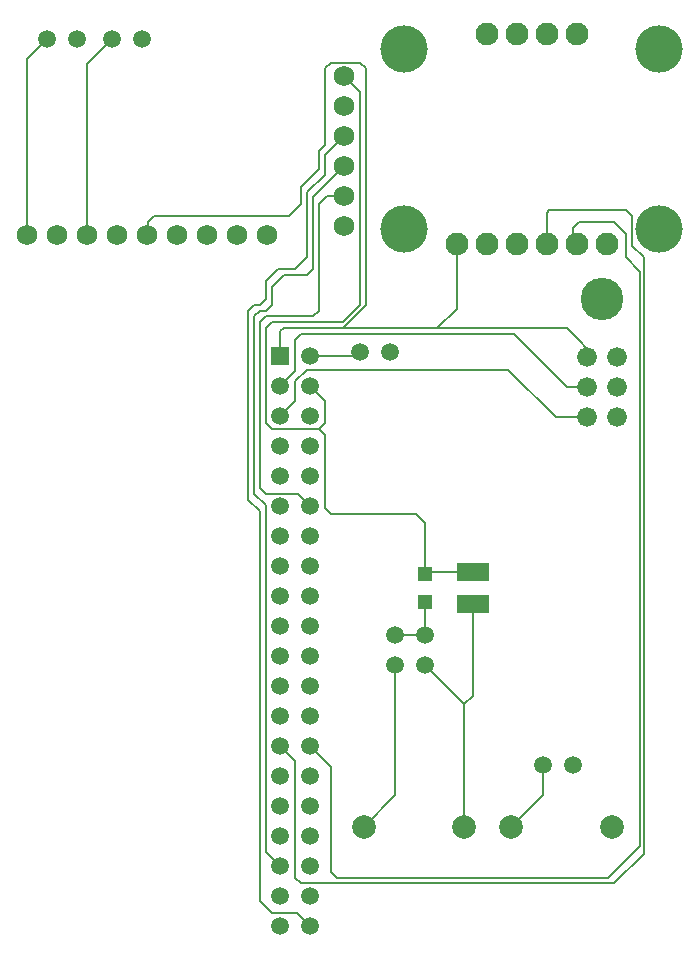
<source format=gbr>
%TF.GenerationSoftware,KiCad,Pcbnew,9.0.0*%
%TF.CreationDate,2025-04-02T13:50:30-07:00*%
%TF.ProjectId,Power Distribution,506f7765-7220-4446-9973-747269627574,V3.2*%
%TF.SameCoordinates,Original*%
%TF.FileFunction,Copper,L1,Top*%
%TF.FilePolarity,Positive*%
%FSLAX46Y46*%
G04 Gerber Fmt 4.6, Leading zero omitted, Abs format (unit mm)*
G04 Created by KiCad (PCBNEW 9.0.0) date 2025-04-02 13:50:30*
%MOMM*%
%LPD*%
G01*
G04 APERTURE LIST*
%TA.AperFunction,ComponentPad*%
%ADD10C,1.676400*%
%TD*%
%TA.AperFunction,SMDPad,CuDef*%
%ADD11R,1.150000X1.150000*%
%TD*%
%TA.AperFunction,ComponentPad*%
%ADD12C,1.508000*%
%TD*%
%TA.AperFunction,ComponentPad*%
%ADD13C,1.750000*%
%TD*%
%TA.AperFunction,ComponentPad*%
%ADD14C,1.930400*%
%TD*%
%TA.AperFunction,ComponentPad*%
%ADD15C,4.000000*%
%TD*%
%TA.AperFunction,ComponentPad*%
%ADD16C,2.000000*%
%TD*%
%TA.AperFunction,SMDPad,CuDef*%
%ADD17R,2.810000X1.600000*%
%TD*%
%TA.AperFunction,ComponentPad*%
%ADD18C,3.600000*%
%TD*%
%TA.AperFunction,ComponentPad*%
%ADD19R,1.508000X1.508000*%
%TD*%
%TA.AperFunction,Conductor*%
%ADD20C,0.200000*%
%TD*%
G04 APERTURE END LIST*
D10*
%TO.P,REF\u002A\u002A,1*%
%TO.N,N/C*%
X131730000Y-55460000D03*
%TO.P,REF\u002A\u002A,2*%
X134270000Y-55460000D03*
%TO.P,REF\u002A\u002A,3*%
X131730000Y-58000000D03*
%TO.P,REF\u002A\u002A,4*%
X134270000Y-58000000D03*
%TO.P,REF\u002A\u002A,5*%
X131730000Y-60540000D03*
%TO.P,REF\u002A\u002A,6*%
X134270000Y-60540000D03*
%TD*%
D11*
%TO.P,REF\u002A\u002A,1*%
%TO.N,N/C*%
X118000000Y-76175000D03*
%TO.P,REF\u002A\u002A,2*%
X118000000Y-73825000D03*
%TD*%
D12*
%TO.P,,3*%
%TO.N,N/C*%
X118000000Y-81500000D03*
%TD*%
D13*
%TO.P,IC3,1*%
%TO.N,N/C*%
X111100000Y-31650000D03*
%TO.P,IC3,2*%
X111100000Y-34190000D03*
%TO.P,IC3,3*%
X111100000Y-36730000D03*
%TO.P,IC3,4*%
X111100000Y-39270000D03*
%TO.P,IC3,5*%
X111100000Y-41810000D03*
%TO.P,IC3,6*%
X111100000Y-44350000D03*
%TO.P,IC3,7*%
X104600000Y-45100000D03*
%TO.P,IC3,8*%
X102060000Y-45100000D03*
%TO.P,IC3,9*%
X99520000Y-45100000D03*
%TO.P,IC3,10*%
X96980000Y-45100000D03*
%TO.P,IC3,11*%
X94440000Y-45100000D03*
%TO.P,IC3,12*%
X91900000Y-45100000D03*
%TO.P,IC3,13*%
X89360000Y-45100000D03*
%TO.P,IC3,14*%
X86820000Y-45100000D03*
%TO.P,IC3,15*%
X84280000Y-45100000D03*
%TD*%
D12*
%TO.P,,2*%
%TO.N,N/C*%
X115000000Y-55000000D03*
%TD*%
%TO.P,,2*%
%TO.N,N/C*%
X88540000Y-28500000D03*
%TD*%
%TO.P,,1*%
%TO.N,N/C*%
X91500000Y-28500000D03*
%TD*%
%TO.P,,2*%
%TO.N,N/C*%
X130500000Y-90000000D03*
%TD*%
%TO.P,,1*%
%TO.N,N/C*%
X86000000Y-28500000D03*
%TD*%
D14*
%TO.P,REF\u002A\u002A,1*%
%TO.N,N/C*%
X120650000Y-45890000D03*
%TO.P,REF\u002A\u002A,2*%
X123190000Y-45890000D03*
%TO.P,REF\u002A\u002A,3*%
X125730000Y-45890000D03*
%TO.P,REF\u002A\u002A,4*%
X128270000Y-45890000D03*
%TO.P,REF\u002A\u002A,5*%
X130810000Y-45890000D03*
%TO.P,REF\u002A\u002A,6*%
X133350000Y-45890000D03*
%TO.P,REF\u002A\u002A,7*%
X130810000Y-28110000D03*
%TO.P,REF\u002A\u002A,8*%
X128270000Y-28110000D03*
%TO.P,REF\u002A\u002A,9*%
X125730000Y-28110000D03*
%TO.P,REF\u002A\u002A,10*%
X123190000Y-28110000D03*
D15*
%TO.P,REF\u002A\u002A,SH1*%
X116205000Y-44620000D03*
%TO.P,REF\u002A\u002A,SH2*%
X137795000Y-44620000D03*
%TO.P,REF\u002A\u002A,SH3*%
X137795000Y-29380000D03*
%TO.P,REF\u002A\u002A,SH4*%
X116205000Y-29380000D03*
%TD*%
D12*
%TO.P,,1*%
%TO.N,N/C*%
X115460000Y-81500000D03*
%TD*%
%TO.P,,1*%
%TO.N,N/C*%
X112460000Y-55000000D03*
%TD*%
%TO.P,,4*%
%TO.N,N/C*%
X118000000Y-78960000D03*
%TD*%
D16*
%TO.P,TP4056 & MT3608,1*%
%TO.N,N/C*%
X112800000Y-95200000D03*
%TO.P,TP4056 & MT3608,2*%
X121300000Y-95200000D03*
%TO.P,TP4056 & MT3608,3*%
X125300000Y-95200000D03*
%TO.P,TP4056 & MT3608,4*%
X133800000Y-95200000D03*
%TD*%
D17*
%TO.P,REF\u002A\u002A,1*%
%TO.N,N/C*%
X122000000Y-76353000D03*
%TO.P,REF\u002A\u002A,2*%
X122000000Y-73647000D03*
%TD*%
D18*
%TO.P,REF\u002A\u002A,P$1*%
%TO.N,N/C*%
X133000000Y-50500000D03*
%TD*%
D12*
%TO.P,,2*%
%TO.N,N/C*%
X94040000Y-28500000D03*
%TD*%
%TO.P,,2*%
%TO.N,N/C*%
X115460000Y-78960000D03*
%TD*%
%TO.P,,1*%
%TO.N,N/C*%
X127960000Y-90000000D03*
%TD*%
D19*
%TO.P,REF\u002A\u002A,1*%
%TO.N,N/C*%
X105730000Y-55370000D03*
D12*
%TO.P,REF\u002A\u002A,2*%
X108270000Y-55370000D03*
%TO.P,REF\u002A\u002A,3*%
X105730000Y-57910000D03*
%TO.P,REF\u002A\u002A,4*%
X108270000Y-57910000D03*
%TO.P,REF\u002A\u002A,5*%
X105730000Y-60450000D03*
%TO.P,REF\u002A\u002A,6*%
X108270000Y-60450000D03*
%TO.P,REF\u002A\u002A,7*%
X105730000Y-62990000D03*
%TO.P,REF\u002A\u002A,8*%
X108270000Y-62990000D03*
%TO.P,REF\u002A\u002A,9*%
X105730000Y-65530000D03*
%TO.P,REF\u002A\u002A,10*%
X108270000Y-65530000D03*
%TO.P,REF\u002A\u002A,11*%
X105730000Y-68070000D03*
%TO.P,REF\u002A\u002A,12*%
X108270000Y-68070000D03*
%TO.P,REF\u002A\u002A,13*%
X105730000Y-70610000D03*
%TO.P,REF\u002A\u002A,14*%
X108270000Y-70610000D03*
%TO.P,REF\u002A\u002A,15*%
X105730000Y-73150000D03*
%TO.P,REF\u002A\u002A,16*%
X108270000Y-73150000D03*
%TO.P,REF\u002A\u002A,17*%
X105730000Y-75690000D03*
%TO.P,REF\u002A\u002A,18*%
X108270000Y-75690000D03*
%TO.P,REF\u002A\u002A,19*%
X105730000Y-78230000D03*
%TO.P,REF\u002A\u002A,20*%
X108270000Y-78230000D03*
%TO.P,REF\u002A\u002A,21*%
X105730000Y-80770000D03*
%TO.P,REF\u002A\u002A,22*%
X108270000Y-80770000D03*
%TO.P,REF\u002A\u002A,23*%
X105730000Y-83310000D03*
%TO.P,REF\u002A\u002A,24*%
X108270000Y-83310000D03*
%TO.P,REF\u002A\u002A,25*%
X105730000Y-85850000D03*
%TO.P,REF\u002A\u002A,26*%
X108270000Y-85850000D03*
%TO.P,REF\u002A\u002A,27*%
X105730000Y-88390000D03*
%TO.P,REF\u002A\u002A,28*%
X108270000Y-88390000D03*
%TO.P,REF\u002A\u002A,29*%
X105730000Y-90930000D03*
%TO.P,REF\u002A\u002A,30*%
X108270000Y-90930000D03*
%TO.P,REF\u002A\u002A,31*%
X105730000Y-93470000D03*
%TO.P,REF\u002A\u002A,32*%
X108270000Y-93470000D03*
%TO.P,REF\u002A\u002A,33*%
X105730000Y-96010000D03*
%TO.P,REF\u002A\u002A,34*%
X108270000Y-96010000D03*
%TO.P,REF\u002A\u002A,35*%
X105730000Y-98550000D03*
%TO.P,REF\u002A\u002A,36*%
X108270000Y-98550000D03*
%TO.P,REF\u002A\u002A,37*%
X105730000Y-101090000D03*
%TO.P,REF\u002A\u002A,38*%
X108270000Y-101090000D03*
%TO.P,REF\u002A\u002A,39*%
X105730000Y-103630000D03*
%TO.P,REF\u002A\u002A,40*%
X108270000Y-103630000D03*
%TD*%
D20*
%TO.N,*%
X108000000Y-56500000D02*
X125000000Y-56500000D01*
X105000000Y-61500000D02*
X108500000Y-61500000D01*
X115460000Y-92540000D02*
X112800000Y-95200000D01*
X121300000Y-84800000D02*
X122000000Y-84100000D01*
X109500000Y-40000000D02*
X108000000Y-41500000D01*
X107200000Y-67000000D02*
X108270000Y-68070000D01*
X130500000Y-44500000D02*
X131000000Y-44000000D01*
X94500000Y-45040000D02*
X94500000Y-44000000D01*
X112450000Y-33000000D02*
X112500000Y-33000000D01*
X103500000Y-67000000D02*
X104500000Y-68000000D01*
X107500000Y-53500000D02*
X107000000Y-54000000D01*
X130500000Y-45580000D02*
X130500000Y-44500000D01*
X108000000Y-41500000D02*
X108000000Y-47000000D01*
X110000000Y-90120000D02*
X108270000Y-88390000D01*
X107500000Y-53500000D02*
X125500000Y-53500000D01*
X105730000Y-57910000D02*
X107000000Y-56640000D01*
X135000000Y-43000000D02*
X135500000Y-43500000D01*
X119500000Y-53000000D02*
X120500000Y-53000000D01*
X118175000Y-73825000D02*
X118353000Y-73647000D01*
X133500000Y-99500000D02*
X110500000Y-99500000D01*
X109000000Y-61500000D02*
X109500000Y-61000000D01*
X128270000Y-45890000D02*
X128270000Y-43230000D01*
X109000000Y-42500000D02*
X109000000Y-51500000D01*
X107000000Y-59180000D02*
X107000000Y-57500000D01*
X94440000Y-45100000D02*
X94500000Y-45040000D01*
X130810000Y-45890000D02*
X130500000Y-45580000D01*
X104500000Y-61000000D02*
X105000000Y-61500000D01*
X135000000Y-45000000D02*
X135000000Y-47000000D01*
X108000000Y-47000000D02*
X107000000Y-48000000D01*
X104500000Y-51500000D02*
X104000000Y-51500000D01*
X107500000Y-42500000D02*
X107500000Y-41000000D01*
X118000000Y-81500000D02*
X121300000Y-84800000D01*
X104000000Y-52500000D02*
X104000000Y-66500000D01*
X105000000Y-52500000D02*
X104500000Y-53000000D01*
X134000000Y-100000000D02*
X107500000Y-100000000D01*
X107140000Y-102500000D02*
X108270000Y-103630000D01*
X112500000Y-30500000D02*
X113000000Y-31000000D01*
X135500000Y-43500000D02*
X135500000Y-46000000D01*
X89360000Y-30640000D02*
X91500000Y-28500000D01*
X110000000Y-99000000D02*
X110000000Y-90120000D01*
X118000000Y-73825000D02*
X118175000Y-73825000D01*
X107000000Y-89660000D02*
X105730000Y-88390000D01*
X109500000Y-59140000D02*
X108270000Y-57910000D01*
X109500000Y-38330000D02*
X109500000Y-40000000D01*
X105730000Y-55370000D02*
X105730000Y-53270000D01*
X84280000Y-45100000D02*
X84280000Y-30220000D01*
X131730000Y-54730000D02*
X131730000Y-55460000D01*
X109500000Y-62000000D02*
X109500000Y-68250000D01*
X109500000Y-61000000D02*
X109500000Y-59140000D01*
X110000000Y-68750000D02*
X117250000Y-68750000D01*
X122000000Y-84100000D02*
X122000000Y-76353000D01*
X128270000Y-43230000D02*
X128500000Y-43000000D01*
X128500000Y-43000000D02*
X135000000Y-43000000D01*
X112090000Y-55370000D02*
X112460000Y-55000000D01*
X135500000Y-46000000D02*
X136500000Y-47000000D01*
X104500000Y-49000000D02*
X104500000Y-50500000D01*
X113000000Y-31000000D02*
X113000000Y-51000000D01*
X125500000Y-53500000D02*
X130000000Y-58000000D01*
X104000000Y-68500000D02*
X104000000Y-101500000D01*
X109000000Y-38000000D02*
X109500000Y-37500000D01*
X107000000Y-57500000D02*
X108000000Y-56500000D01*
X107000000Y-48000000D02*
X105500000Y-48000000D01*
X109500000Y-68250000D02*
X110000000Y-68750000D01*
X111100000Y-39270000D02*
X108500000Y-41870000D01*
X115460000Y-81500000D02*
X115460000Y-92540000D01*
X107000000Y-99500000D02*
X107000000Y-89660000D01*
X111100000Y-41810000D02*
X109690000Y-41810000D01*
X103000000Y-67500000D02*
X104000000Y-68500000D01*
X130000000Y-53000000D02*
X131000000Y-54000000D01*
X109000000Y-39500000D02*
X109000000Y-38000000D01*
X104500000Y-52000000D02*
X104000000Y-52500000D01*
X103000000Y-51500000D02*
X103000000Y-67500000D01*
X103500000Y-51000000D02*
X103000000Y-51500000D01*
X132000000Y-57730000D02*
X131730000Y-58000000D01*
X104500000Y-97320000D02*
X105730000Y-98550000D01*
X94500000Y-44000000D02*
X95000000Y-43500000D01*
X129040000Y-60540000D02*
X131730000Y-60540000D01*
X111000000Y-53000000D02*
X112000000Y-53000000D01*
X107000000Y-56640000D02*
X107000000Y-54000000D01*
X111000000Y-52500000D02*
X105000000Y-52500000D01*
X127960000Y-90000000D02*
X127960000Y-92540000D01*
X136199200Y-96800800D02*
X133500000Y-99500000D01*
X105000000Y-102500000D02*
X107140000Y-102500000D01*
X105000000Y-51000000D02*
X104500000Y-51500000D01*
X108500000Y-48000000D02*
X108000000Y-48500000D01*
X106000000Y-48500000D02*
X105000000Y-49500000D01*
X117250000Y-68750000D02*
X118000000Y-69500000D01*
X89360000Y-45100000D02*
X89360000Y-30640000D01*
X105730000Y-60450000D02*
X107000000Y-59180000D01*
X131000000Y-44000000D02*
X134000000Y-44000000D01*
X112500000Y-51000000D02*
X111000000Y-52500000D01*
X108500000Y-52000000D02*
X104500000Y-52000000D01*
X134000000Y-44000000D02*
X135000000Y-45000000D01*
X110500000Y-99500000D02*
X110000000Y-99000000D01*
X112500000Y-33000000D02*
X112500000Y-51000000D01*
X118000000Y-69500000D02*
X118000000Y-73825000D01*
X104500000Y-68000000D02*
X104500000Y-97320000D01*
X84280000Y-30220000D02*
X86000000Y-28500000D01*
X111100000Y-36730000D02*
X109500000Y-38330000D01*
X121300000Y-84800000D02*
X121300000Y-95200000D01*
X120650000Y-45890000D02*
X120650000Y-51000000D01*
X109500000Y-31000000D02*
X110000000Y-30500000D01*
X106000000Y-53000000D02*
X111000000Y-53000000D01*
X118353000Y-73647000D02*
X122000000Y-73647000D01*
X105730000Y-53270000D02*
X106000000Y-53000000D01*
X106500000Y-43500000D02*
X107500000Y-42500000D01*
X130000000Y-58000000D02*
X131730000Y-58000000D01*
X119000000Y-53000000D02*
X119500000Y-53000000D01*
X105000000Y-49500000D02*
X105000000Y-51000000D01*
X104500000Y-50500000D02*
X104000000Y-51000000D01*
X112000000Y-53000000D02*
X113000000Y-53000000D01*
X104000000Y-51000000D02*
X103500000Y-51000000D01*
X135000000Y-47000000D02*
X136199200Y-48199200D01*
X115460000Y-78960000D02*
X118000000Y-78960000D01*
X136199200Y-48199200D02*
X136199200Y-96800800D01*
X103500000Y-52000000D02*
X103500000Y-67000000D01*
X108000000Y-48500000D02*
X106000000Y-48500000D01*
X125000000Y-56500000D02*
X129040000Y-60540000D01*
X108500000Y-61500000D02*
X109000000Y-61500000D01*
X113000000Y-53000000D02*
X119000000Y-53000000D01*
X109000000Y-51500000D02*
X108500000Y-52000000D01*
X104000000Y-51500000D02*
X103500000Y-52000000D01*
X127960000Y-92540000D02*
X125300000Y-95200000D01*
X111100000Y-31650000D02*
X112450000Y-33000000D01*
X120500000Y-53000000D02*
X130000000Y-53000000D01*
X131000000Y-54000000D02*
X131730000Y-54730000D01*
X105500000Y-48000000D02*
X104500000Y-49000000D01*
X107000000Y-99500000D02*
X107500000Y-100000000D01*
X118000000Y-76175000D02*
X118000000Y-78960000D01*
X136500000Y-97500000D02*
X134000000Y-100000000D01*
X108500000Y-41870000D02*
X108500000Y-48000000D01*
X120650000Y-51350000D02*
X120650000Y-51000000D01*
X95000000Y-43500000D02*
X106500000Y-43500000D01*
X108270000Y-55370000D02*
X112090000Y-55370000D01*
X107500000Y-41000000D02*
X109000000Y-39500000D01*
X110000000Y-30500000D02*
X112500000Y-30500000D01*
X104500000Y-53000000D02*
X104500000Y-61000000D01*
X119000000Y-53000000D02*
X120650000Y-51350000D01*
X113000000Y-51000000D02*
X111000000Y-53000000D01*
X136500000Y-47000000D02*
X136500000Y-97500000D01*
X109500000Y-37500000D02*
X109500000Y-31000000D01*
X109690000Y-41810000D02*
X109000000Y-42500000D01*
X104000000Y-101500000D02*
X105000000Y-102500000D01*
X109000000Y-61500000D02*
X109500000Y-62000000D01*
X104000000Y-66500000D02*
X104500000Y-67000000D01*
X104500000Y-67000000D02*
X107200000Y-67000000D01*
%TD*%
M02*

</source>
